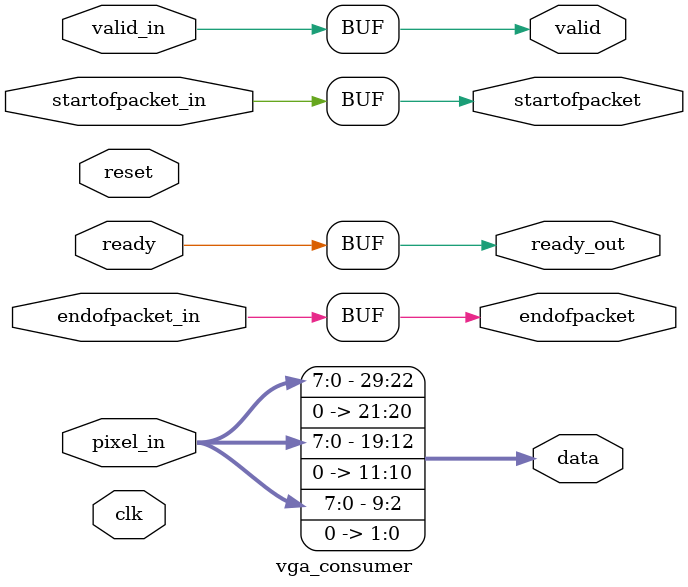
<source format=sv>
module vga_consumer (
    input  logic       clk,
    input  logic       reset,

    // Input stream (from producer)
    input  logic [7:0] pixel_in,
    input  logic       valid_in,
    input  logic       startofpacket_in,
    input  logic       endofpacket_in,
    output logic       ready_out,

    // VGA Avalon-ST output
    output logic [29:0] data,
    output logic        startofpacket,
    output logic        endofpacket,
    output logic        valid,
    input  logic        ready
);

    // Handshake: ready when VGA is ready
    assign ready_out = ready;

    // Forward packet signals
    assign valid         = valid_in;
    assign startofpacket = startofpacket_in;
    assign endofpacket   = endofpacket_in;

    // Expand grayscale pixel to 30-bit RGB
    assign data = {
        {pixel_in, 2'b00},  // Red
        {pixel_in, 2'b00},  // Green
        {pixel_in, 2'b00}   // Blue
    };

endmodule

</source>
